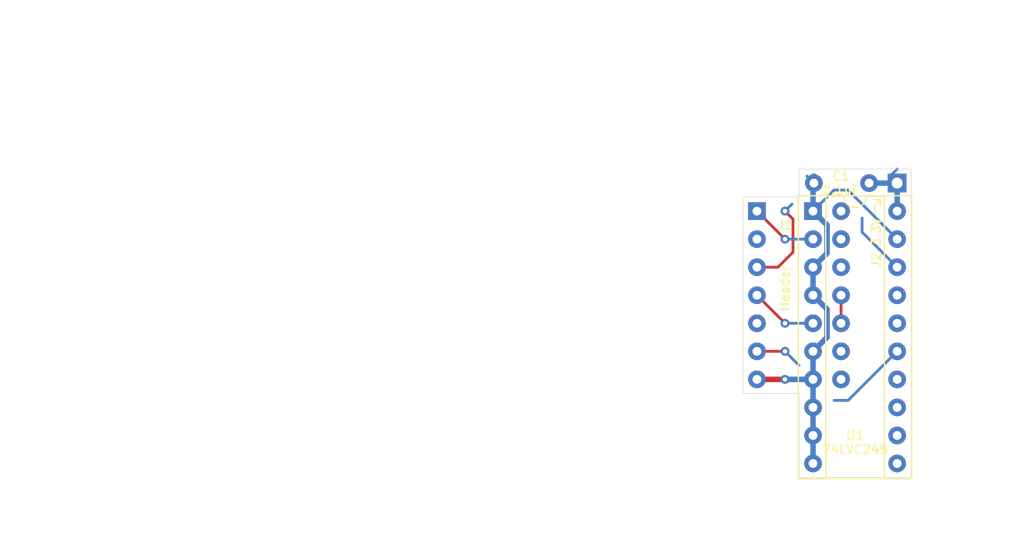
<source format=kicad_pcb>
(kicad_pcb (version 20171130) (host pcbnew "(5.1.9)-1")

  (general
    (thickness 1.6)
    (drawings 17)
    (tracks 43)
    (zones 0)
    (modules 4)
    (nets 21)
  )

  (page A4)
  (layers
    (0 F.Cu signal)
    (31 B.Cu signal)
    (32 B.Adhes user)
    (33 F.Adhes user)
    (34 B.Paste user)
    (35 F.Paste user)
    (36 B.SilkS user)
    (37 F.SilkS user)
    (38 B.Mask user hide)
    (39 F.Mask user hide)
    (40 Dwgs.User user)
    (41 Cmts.User user)
    (42 Eco1.User user)
    (43 Eco2.User user)
    (44 Edge.Cuts user)
    (45 Margin user)
    (46 B.CrtYd user)
    (47 F.CrtYd user)
    (48 B.Fab user)
    (49 F.Fab user)
  )

  (setup
    (last_trace_width 0.5)
    (user_trace_width 0.25)
    (user_trace_width 0.5)
    (user_trace_width 0.9)
    (user_trace_width 1)
    (user_trace_width 1.15)
    (user_trace_width 1.6)
    (user_trace_width 1.7)
    (user_trace_width 2)
    (user_trace_width 2.7)
    (trace_clearance 0.2)
    (zone_clearance 0.508)
    (zone_45_only no)
    (trace_min 0.2)
    (via_size 0.8)
    (via_drill 0.4)
    (via_min_size 0.4)
    (via_min_drill 0.3)
    (user_via 0.8 0.4)
    (user_via 1 0.6)
    (uvia_size 0.3)
    (uvia_drill 0.1)
    (uvias_allowed no)
    (uvia_min_size 0.2)
    (uvia_min_drill 0.1)
    (edge_width 0.05)
    (segment_width 0.2)
    (pcb_text_width 0.3)
    (pcb_text_size 1.5 1.5)
    (mod_edge_width 0.12)
    (mod_text_size 1 1)
    (mod_text_width 0.15)
    (pad_size 1.524 1.524)
    (pad_drill 0.762)
    (pad_to_mask_clearance 0)
    (aux_axis_origin 0 0)
    (visible_elements 7FFFFFFF)
    (pcbplotparams
      (layerselection 0x010f0_ffffffff)
      (usegerberextensions false)
      (usegerberattributes true)
      (usegerberadvancedattributes true)
      (creategerberjobfile false)
      (excludeedgelayer true)
      (linewidth 0.100000)
      (plotframeref false)
      (viasonmask false)
      (mode 1)
      (useauxorigin false)
      (hpglpennumber 1)
      (hpglpenspeed 20)
      (hpglpendiameter 15.000000)
      (psnegative false)
      (psa4output false)
      (plotreference true)
      (plotvalue true)
      (plotinvisibletext false)
      (padsonsilk false)
      (subtractmaskfromsilk false)
      (outputformat 1)
      (mirror false)
      (drillshape 0)
      (scaleselection 1)
      (outputdirectory "Gerbers/"))
  )

  (net 0 "")
  (net 1 GND)
  (net 2 +5V)
  (net 3 +3V3)
  (net 4 /~DRIVE_ACTIVE~_IN_3V3_2)
  (net 5 NEW_IRQ_IN)
  (net 6 /TIED_TO_GND_2)
  (net 7 /TIED_TO_5V_2)
  (net 8 /~DRIVE_ACTIVE~_IN_3V3_1)
  (net 9 NEW_IRQ_OUT_3V3)
  (net 10 NEW_DRQ_IN)
  (net 11 /TIED_TO_GND_1)
  (net 12 /TIED_TO_5V_1)
  (net 13 /~DRIVE_ACTIVE)
  (net 14 NEW_DRQ_OUT_3V3)
  (net 15 "Net-(U1-Pad17)")
  (net 16 "Net-(U1-Pad16)")
  (net 17 "Net-(U1-Pad14)")
  (net 18 "Net-(U1-Pad13)")
  (net 19 "Net-(U1-Pad12)")
  (net 20 "Net-(U1-Pad11)")

  (net_class Default "This is the default net class."
    (clearance 0.2)
    (trace_width 0.25)
    (via_dia 0.8)
    (via_drill 0.4)
    (uvia_dia 0.3)
    (uvia_drill 0.1)
    (add_net +3V3)
    (add_net +5V)
    (add_net /TIED_TO_5V_1)
    (add_net /TIED_TO_5V_2)
    (add_net /TIED_TO_GND_1)
    (add_net /TIED_TO_GND_2)
    (add_net /~DRIVE_ACTIVE)
    (add_net /~DRIVE_ACTIVE~_IN_3V3_1)
    (add_net /~DRIVE_ACTIVE~_IN_3V3_2)
    (add_net GND)
    (add_net NEW_DRQ_IN)
    (add_net NEW_DRQ_OUT_3V3)
    (add_net NEW_IRQ_IN)
    (add_net NEW_IRQ_OUT_3V3)
    (add_net "Net-(U1-Pad11)")
    (add_net "Net-(U1-Pad12)")
    (add_net "Net-(U1-Pad13)")
    (add_net "Net-(U1-Pad14)")
    (add_net "Net-(U1-Pad16)")
    (add_net "Net-(U1-Pad17)")
  )

  (module Connector_PinHeader_2.54mm:PinHeader_1x01_P2.54mm_Vertical (layer F.Cu) (tedit 61889383) (tstamp 6176CE4C)
    (at 127 91.44)
    (descr "Through hole straight pin header, 1x01, 2.54mm pitch, single row")
    (tags "Through hole pin header THT 1x01 2.54mm single row")
    (path /61946000)
    (fp_text reference J2 (at -1.905 6.985 90) (layer F.SilkS)
      (effects (font (size 0.8 0.8) (thickness 0.15)))
    )
    (fp_text value Conn_01x01 (at 0 2.33) (layer F.Fab)
      (effects (font (size 1 1) (thickness 0.15)))
    )
    (fp_line (start -0.635 -1.27) (end 1.27 -1.27) (layer F.Fab) (width 0.1))
    (fp_line (start 1.27 -1.27) (end 1.27 1.27) (layer F.Fab) (width 0.1))
    (fp_line (start 1.27 1.27) (end -1.27 1.27) (layer F.Fab) (width 0.1))
    (fp_line (start -1.27 1.27) (end -1.27 -0.635) (layer F.Fab) (width 0.1))
    (fp_line (start -1.27 -0.635) (end -0.635 -1.27) (layer F.Fab) (width 0.1))
    (fp_text user %R (at 0 0 90) (layer F.Fab)
      (effects (font (size 1 1) (thickness 0.15)))
    )
    (pad 1 thru_hole rect (at 0 0) (size 1.7 1.7) (drill 1) (layers *.Cu *.Mask)
      (net 3 +3V3))
    (model ${KISYS3DMOD}/Connector_PinHeader_2.54mm.3dshapes/PinHeader_1x01_P2.54mm_Vertical.wrl
      (at (xyz 0 0 0))
      (scale (xyz 1 1 1))
      (rotate (xyz 0 0 0))
    )
  )

  (module Capacitor_THT:C_Disc_D6.0mm_W2.5mm_P5.00mm (layer F.Cu) (tedit 61889366) (tstamp 6188992B)
    (at 124.46 91.44 180)
    (descr "C, Disc series, Radial, pin pitch=5.00mm, , diameter*width=6*2.5mm^2, Capacitor, http://cdn-reichelt.de/documents/datenblatt/B300/DS_KERKO_TC.pdf")
    (tags "C Disc series Radial pin pitch 5.00mm  diameter 6mm width 2.5mm Capacitor")
    (path /61C62A1F)
    (fp_text reference C1 (at 2.54 0.635) (layer F.SilkS)
      (effects (font (size 0.8 0.8) (thickness 0.15)))
    )
    (fp_text value 0.1uF (at 2.5 2.5) (layer F.Fab)
      (effects (font (size 1 1) (thickness 0.15)))
    )
    (fp_line (start 5.5 -1.25) (end -0.5 -1.25) (layer F.Fab) (width 0.1))
    (fp_line (start 5.5 1.25) (end 5.5 -1.25) (layer F.Fab) (width 0.1))
    (fp_line (start -0.5 1.25) (end 5.5 1.25) (layer F.Fab) (width 0.1))
    (fp_line (start -0.5 -1.25) (end -0.5 1.25) (layer F.Fab) (width 0.1))
    (fp_text user %R (at 2.5 0) (layer F.Fab)
      (effects (font (size 1 1) (thickness 0.15)))
    )
    (fp_text user %V (at 2.54 -0.635) (layer F.SilkS)
      (effects (font (size 0.8 0.8) (thickness 0.15)))
    )
    (pad 1 thru_hole circle (at 0 0 180) (size 1.6 1.6) (drill 0.8) (layers *.Cu *.Mask)
      (net 3 +3V3))
    (pad 2 thru_hole circle (at 5 0 180) (size 1.6 1.6) (drill 0.8) (layers *.Cu *.Mask)
      (net 1 GND))
    (model ${KISYS3DMOD}/Capacitor_THT.3dshapes/C_Disc_D6.0mm_W2.5mm_P5.00mm.wrl
      (at (xyz 0 0 0))
      (scale (xyz 1 1 1))
      (rotate (xyz 0 0 0))
    )
  )

  (module Package_DIP:DIP-14_W7.62mm_Socket (layer F.Cu) (tedit 6188927E) (tstamp 6176CE76)
    (at 114.3 93.98)
    (descr "14-lead though-hole mounted DIP package, row spacing 7.62 mm (300 mils), Socket")
    (tags "THT DIP DIL PDIP 2.54mm 7.62mm 300mil Socket")
    (path /617D642D)
    (fp_text reference J1 (at 2.54 1.27) (layer F.SilkS)
      (effects (font (size 0.8 0.8) (thickness 0.15)))
    )
    (fp_text value Header (at 3.81 17.57) (layer F.Fab)
      (effects (font (size 1 1) (thickness 0.15)))
    )
    (fp_line (start 1.635 -1.27) (end 6.985 -1.27) (layer F.Fab) (width 0.1))
    (fp_line (start 6.985 -1.27) (end 6.985 16.51) (layer F.Fab) (width 0.1))
    (fp_line (start 6.985 16.51) (end 0.635 16.51) (layer F.Fab) (width 0.1))
    (fp_line (start 0.635 16.51) (end 0.635 -0.27) (layer F.Fab) (width 0.1))
    (fp_line (start 0.635 -0.27) (end 1.635 -1.27) (layer F.Fab) (width 0.1))
    (fp_line (start -1.27 -1.33) (end -1.27 16.57) (layer F.Fab) (width 0.1))
    (fp_line (start -1.27 16.57) (end 8.89 16.57) (layer F.Fab) (width 0.1))
    (fp_line (start 8.89 16.57) (end 8.89 -1.33) (layer F.Fab) (width 0.1))
    (fp_line (start 8.89 -1.33) (end -1.27 -1.33) (layer F.Fab) (width 0.1))
    (fp_text user %R (at 3.81 7.62) (layer F.Fab)
      (effects (font (size 1 1) (thickness 0.15)))
    )
    (fp_text user %V (at 2.54 6.985 90) (layer F.SilkS)
      (effects (font (size 0.8 0.8) (thickness 0.15)))
    )
    (pad 14 thru_hole oval (at 7.62 0) (size 1.6 1.6) (drill 0.8) (layers *.Cu *.Mask)
      (net 2 +5V))
    (pad 7 thru_hole oval (at 0 15.24) (size 1.6 1.6) (drill 0.8) (layers *.Cu *.Mask)
      (net 1 GND))
    (pad 13 thru_hole oval (at 7.62 2.54) (size 1.6 1.6) (drill 0.8) (layers *.Cu *.Mask)
      (net 4 /~DRIVE_ACTIVE~_IN_3V3_2))
    (pad 6 thru_hole oval (at 0 12.7) (size 1.6 1.6) (drill 0.8) (layers *.Cu *.Mask)
      (net 5 NEW_IRQ_IN))
    (pad 12 thru_hole oval (at 7.62 5.08) (size 1.6 1.6) (drill 0.8) (layers *.Cu *.Mask)
      (net 6 /TIED_TO_GND_2))
    (pad 5 thru_hole oval (at 0 10.16) (size 1.6 1.6) (drill 0.8) (layers *.Cu *.Mask)
      (net 7 /TIED_TO_5V_2))
    (pad 11 thru_hole oval (at 7.62 7.62) (size 1.6 1.6) (drill 0.8) (layers *.Cu *.Mask)
      (net 8 /~DRIVE_ACTIVE~_IN_3V3_1))
    (pad 4 thru_hole oval (at 0 7.62) (size 1.6 1.6) (drill 0.8) (layers *.Cu *.Mask)
      (net 9 NEW_IRQ_OUT_3V3))
    (pad 10 thru_hole oval (at 7.62 10.16) (size 1.6 1.6) (drill 0.8) (layers *.Cu *.Mask)
      (net 8 /~DRIVE_ACTIVE~_IN_3V3_1))
    (pad 3 thru_hole oval (at 0 5.08) (size 1.6 1.6) (drill 0.8) (layers *.Cu *.Mask)
      (net 10 NEW_DRQ_IN))
    (pad 9 thru_hole oval (at 7.62 12.7) (size 1.6 1.6) (drill 0.8) (layers *.Cu *.Mask)
      (net 11 /TIED_TO_GND_1))
    (pad 2 thru_hole oval (at 0 2.54) (size 1.6 1.6) (drill 0.8) (layers *.Cu *.Mask)
      (net 12 /TIED_TO_5V_1))
    (pad 8 thru_hole oval (at 7.62 15.24) (size 1.6 1.6) (drill 0.8) (layers *.Cu *.Mask)
      (net 13 /~DRIVE_ACTIVE))
    (pad 1 thru_hole rect (at 0 0) (size 1.6 1.6) (drill 0.8) (layers *.Cu *.Mask)
      (net 14 NEW_DRQ_OUT_3V3))
    (model ${KISYS3DMOD}/Connector_PinHeader_2.54mm.3dshapes/PinHeader_1x07_P2.54mm_Vertical.wrl
      (offset (xyz 0 0 -1.6))
      (scale (xyz 1 1 1))
      (rotate (xyz 0 180 0))
    )
    (model ${KISYS3DMOD}/Connector_PinHeader_2.54mm.3dshapes/PinHeader_1x07_P2.54mm_Vertical.wrl
      (offset (xyz 7.62 0 -1.6))
      (scale (xyz 1 1 1))
      (rotate (xyz 0 180 0))
    )
  )

  (module Package_DIP:DIP-20_W7.62mm_Socket (layer F.Cu) (tedit 61767FDB) (tstamp 6176CF0C)
    (at 119.38 93.98)
    (descr "20-lead though-hole mounted DIP package, row spacing 7.62 mm (300 mils), Socket")
    (tags "THT DIP DIL PDIP 2.54mm 7.62mm 300mil Socket")
    (path /61779EE3)
    (fp_text reference U1 (at 3.81 20.32) (layer F.SilkS)
      (effects (font (size 0.8 0.8) (thickness 0.15)))
    )
    (fp_text value 74LVC245 (at 3.81 25.19) (layer F.Fab)
      (effects (font (size 1 1) (thickness 0.15)))
    )
    (fp_line (start 1.635 -1.27) (end 6.985 -1.27) (layer F.Fab) (width 0.1))
    (fp_line (start 6.985 -1.27) (end 6.985 24.13) (layer F.Fab) (width 0.1))
    (fp_line (start 6.985 24.13) (end 0.635 24.13) (layer F.Fab) (width 0.1))
    (fp_line (start 0.635 24.13) (end 0.635 -0.27) (layer F.Fab) (width 0.1))
    (fp_line (start 0.635 -0.27) (end 1.635 -1.27) (layer F.Fab) (width 0.1))
    (fp_line (start -1.27 -1.33) (end -1.27 24.19) (layer F.Fab) (width 0.1))
    (fp_line (start -1.27 24.19) (end 8.89 24.19) (layer F.Fab) (width 0.1))
    (fp_line (start 8.89 24.19) (end 8.89 -1.33) (layer F.Fab) (width 0.1))
    (fp_line (start 8.89 -1.33) (end -1.27 -1.33) (layer F.Fab) (width 0.1))
    (fp_line (start 2.81 -1.33) (end 1.16 -1.33) (layer F.SilkS) (width 0.12))
    (fp_line (start 1.16 -1.33) (end 1.16 24.19) (layer F.SilkS) (width 0.12))
    (fp_line (start 1.16 24.19) (end 6.46 24.19) (layer F.SilkS) (width 0.12))
    (fp_line (start 6.46 24.19) (end 6.46 -1.33) (layer F.SilkS) (width 0.12))
    (fp_line (start 6.46 -1.33) (end 4.81 -1.33) (layer F.SilkS) (width 0.12))
    (fp_line (start -1.33 -1.39) (end -1.33 24.25) (layer F.SilkS) (width 0.12))
    (fp_line (start -1.33 24.25) (end 8.95 24.25) (layer F.SilkS) (width 0.12))
    (fp_line (start 8.95 24.25) (end 8.95 -1.39) (layer F.SilkS) (width 0.12))
    (fp_line (start 8.95 -1.39) (end -1.33 -1.39) (layer F.SilkS) (width 0.12))
    (fp_line (start -1.55 -1.6) (end -1.55 24.45) (layer F.CrtYd) (width 0.05))
    (fp_line (start -1.55 24.45) (end 9.15 24.45) (layer F.CrtYd) (width 0.05))
    (fp_line (start 9.15 24.45) (end 9.15 -1.6) (layer F.CrtYd) (width 0.05))
    (fp_line (start 9.15 -1.6) (end -1.55 -1.6) (layer F.CrtYd) (width 0.05))
    (fp_text user %R (at 3.81 11.43) (layer F.Fab)
      (effects (font (size 1 1) (thickness 0.15)))
    )
    (fp_arc (start 3.81 -1.33) (end 2.81 -1.33) (angle -180) (layer F.SilkS) (width 0.12))
    (fp_text user %V (at 3.81 21.59) (layer F.SilkS)
      (effects (font (size 0.8 0.8) (thickness 0.15)))
    )
    (pad 20 thru_hole oval (at 7.62 0) (size 1.6 1.6) (drill 0.8) (layers *.Cu *.Mask)
      (net 3 +3V3))
    (pad 10 thru_hole oval (at 0 22.86) (size 1.6 1.6) (drill 0.8) (layers *.Cu *.Mask)
      (net 1 GND))
    (pad 19 thru_hole oval (at 7.62 2.54) (size 1.6 1.6) (drill 0.8) (layers *.Cu *.Mask)
      (net 1 GND))
    (pad 9 thru_hole oval (at 0 20.32) (size 1.6 1.6) (drill 0.8) (layers *.Cu *.Mask)
      (net 1 GND))
    (pad 18 thru_hole oval (at 7.62 5.08) (size 1.6 1.6) (drill 0.8) (layers *.Cu *.Mask)
      (net 10 NEW_DRQ_IN))
    (pad 8 thru_hole oval (at 0 17.78) (size 1.6 1.6) (drill 0.8) (layers *.Cu *.Mask)
      (net 1 GND))
    (pad 17 thru_hole oval (at 7.62 7.62) (size 1.6 1.6) (drill 0.8) (layers *.Cu *.Mask)
      (net 15 "Net-(U1-Pad17)"))
    (pad 7 thru_hole oval (at 0 15.24) (size 1.6 1.6) (drill 0.8) (layers *.Cu *.Mask)
      (net 1 GND))
    (pad 16 thru_hole oval (at 7.62 10.16) (size 1.6 1.6) (drill 0.8) (layers *.Cu *.Mask)
      (net 16 "Net-(U1-Pad16)"))
    (pad 6 thru_hole oval (at 0 12.7) (size 1.6 1.6) (drill 0.8) (layers *.Cu *.Mask)
      (net 1 GND))
    (pad 15 thru_hole oval (at 7.62 12.7) (size 1.6 1.6) (drill 0.8) (layers *.Cu *.Mask)
      (net 5 NEW_IRQ_IN))
    (pad 5 thru_hole oval (at 0 10.16) (size 1.6 1.6) (drill 0.8) (layers *.Cu *.Mask)
      (net 9 NEW_IRQ_OUT_3V3))
    (pad 14 thru_hole oval (at 7.62 15.24) (size 1.6 1.6) (drill 0.8) (layers *.Cu *.Mask)
      (net 17 "Net-(U1-Pad14)"))
    (pad 4 thru_hole oval (at 0 7.62) (size 1.6 1.6) (drill 0.8) (layers *.Cu *.Mask)
      (net 1 GND))
    (pad 13 thru_hole oval (at 7.62 17.78) (size 1.6 1.6) (drill 0.8) (layers *.Cu *.Mask)
      (net 18 "Net-(U1-Pad13)"))
    (pad 3 thru_hole oval (at 0 5.08) (size 1.6 1.6) (drill 0.8) (layers *.Cu *.Mask)
      (net 1 GND))
    (pad 12 thru_hole oval (at 7.62 20.32) (size 1.6 1.6) (drill 0.8) (layers *.Cu *.Mask)
      (net 19 "Net-(U1-Pad12)"))
    (pad 2 thru_hole oval (at 0 2.54) (size 1.6 1.6) (drill 0.8) (layers *.Cu *.Mask)
      (net 14 NEW_DRQ_OUT_3V3))
    (pad 11 thru_hole oval (at 7.62 22.86) (size 1.6 1.6) (drill 0.8) (layers *.Cu *.Mask)
      (net 20 "Net-(U1-Pad11)"))
    (pad 1 thru_hole rect (at 0 0) (size 1.6 1.6) (drill 0.8) (layers *.Cu *.Mask)
      (net 1 GND))
    (model ${KISYS3DMOD}/Package_DIP.3dshapes/DIP-20_W7.62mm_Socket.wrl
      (at (xyz 0 0 0))
      (scale (xyz 1 1 1))
      (rotate (xyz 0 0 0))
    )
    (model ${KISYS3DMOD}/Package_DIP.3dshapes/DIP-20_W7.62mm.wrl
      (offset (xyz 0 0 4))
      (scale (xyz 1 1 1))
      (rotate (xyz 0 0 0))
    )
  )

  (gr_line (start 128.27 90.17) (end 128.27 118.11) (layer Edge.Cuts) (width 0.05) (tstamp 61890B1B))
  (gr_line (start 118.11 90.17) (end 118.11 92.71) (layer Edge.Cuts) (width 0.05) (tstamp 61890B1A))
  (gr_line (start 124.968 93.472) (end 124.968 94.234) (layer F.SilkS) (width 0.12))
  (gr_line (start 125.476 92.964) (end 124.968 93.472) (layer F.SilkS) (width 0.12))
  (gr_line (start 125.222 92.964) (end 124.968 92.964) (layer F.SilkS) (width 0.12))
  (gr_line (start 125.476 92.964) (end 125.476 93.472) (layer F.SilkS) (width 0.12))
  (gr_line (start 125.476 92.964) (end 125.222 92.964) (layer F.SilkS) (width 0.12))
  (gr_line (start 118.11 90.17) (end 128.27 90.17) (layer Edge.Cuts) (width 0.05) (tstamp 61889BB0))
  (gr_line (start 113.03 92.71) (end 118.11 92.71) (layer Edge.Cuts) (width 0.05))
  (gr_line (start 118.11 118.11) (end 128.27 118.11) (layer Edge.Cuts) (width 0.05))
  (gr_line (start 118.11 110.49) (end 118.11 118.11) (layer Edge.Cuts) (width 0.05))
  (gr_line (start 113.03 110.49) (end 118.11 110.49) (layer Edge.Cuts) (width 0.05))
  (gr_line (start 113.03 92.71) (end 113.03 110.49) (layer Edge.Cuts) (width 0.05))
  (gr_line (start 102.87 120.65) (end 102.87 81.915) (layer Dwgs.User) (width 0.15))
  (gr_line (start 95.885 118.11) (end 138.43 118.11) (layer Dwgs.User) (width 0.15))
  (gr_line (start 128.27 74.93) (end 128.27 123.19) (layer Dwgs.User) (width 0.15))
  (gr_text 3.3V (at 125.095 95.885 90) (layer F.SilkS)
    (effects (font (size 0.8 0.8) (thickness 0.15)))
  )

  (segment (start 119.38 116.84) (end 119.38 114.3) (width 0.5) (layer B.Cu) (net 1))
  (segment (start 119.38 114.3) (end 119.38 111.76) (width 0.5) (layer B.Cu) (net 1))
  (segment (start 119.38 111.76) (end 119.38 109.22) (width 0.5) (layer B.Cu) (net 1))
  (segment (start 119.38 109.22) (end 119.38 106.68) (width 0.5) (layer B.Cu) (net 1))
  (segment (start 119.38 101.6) (end 119.38 99.06) (width 0.5) (layer B.Cu) (net 1))
  (via (at 116.84 109.22) (size 0.8) (drill 0.4) (layers F.Cu B.Cu) (net 1))
  (segment (start 114.3 109.22) (end 116.84 109.22) (width 0.5) (layer F.Cu) (net 1))
  (segment (start 116.84 109.22) (end 119.38 109.22) (width 0.5) (layer B.Cu) (net 1))
  (segment (start 119.38 101.6) (end 120.65 102.87) (width 0.5) (layer B.Cu) (net 1))
  (segment (start 120.65 102.87) (end 120.65 105.41) (width 0.5) (layer B.Cu) (net 1))
  (segment (start 120.65 105.41) (end 119.38 106.68) (width 0.5) (layer B.Cu) (net 1))
  (segment (start 119.38 99.06) (end 120.65 97.79) (width 0.5) (layer B.Cu) (net 1))
  (segment (start 120.65 95.25) (end 119.38 93.98) (width 0.5) (layer B.Cu) (net 1))
  (segment (start 120.65 97.79) (end 120.65 95.25) (width 0.5) (layer B.Cu) (net 1))
  (segment (start 119.38 91.36) (end 118.825 90.805) (width 0.25) (layer B.Cu) (net 1))
  (segment (start 122.555 92.075) (end 121.285 92.075) (width 0.25) (layer B.Cu) (net 1))
  (segment (start 121.285 92.075) (end 119.38 93.98) (width 0.25) (layer B.Cu) (net 1))
  (segment (start 127 96.52) (end 122.555 92.075) (width 0.25) (layer B.Cu) (net 1))
  (segment (start 119.38 90.885) (end 119.46 90.805) (width 0.5) (layer B.Cu) (net 1))
  (segment (start 119.38 93.98) (end 119.38 90.885) (width 0.5) (layer B.Cu) (net 1))
  (segment (start 126.365 90.805) (end 127 90.17) (width 0.25) (layer B.Cu) (net 3))
  (segment (start 127 93.98) (end 127 90.805) (width 0.5) (layer B.Cu) (net 3))
  (segment (start 127 91.44) (end 124.46 91.44) (width 0.5) (layer B.Cu) (net 3))
  (segment (start 127 106.68) (end 122.555 111.125) (width 0.25) (layer B.Cu) (net 5))
  (segment (start 122.555 111.125) (end 121.285 111.125) (width 0.25) (layer B.Cu) (net 5))
  (via (at 116.84 106.68) (size 0.8) (drill 0.4) (layers F.Cu B.Cu) (net 5))
  (segment (start 114.3 106.68) (end 116.84 106.68) (width 0.25) (layer F.Cu) (net 5))
  (segment (start 116.84 106.68) (end 118.11 107.95) (width 0.25) (layer B.Cu) (net 5))
  (segment (start 121.92 101.6) (end 121.92 104.14) (width 0.25) (layer F.Cu) (net 8))
  (via (at 116.84 104.14) (size 0.8) (drill 0.4) (layers F.Cu B.Cu) (net 9))
  (segment (start 119.38 104.14) (end 116.84 104.14) (width 0.25) (layer B.Cu) (net 9))
  (segment (start 116.84 104.14) (end 114.3 101.6) (width 0.25) (layer F.Cu) (net 9))
  (segment (start 114.3 99.06) (end 116.205 99.06) (width 0.25) (layer F.Cu) (net 10))
  (via (at 116.84 93.98) (size 0.8) (drill 0.4) (layers F.Cu B.Cu) (net 10))
  (segment (start 117.565001 94.705001) (end 116.84 93.98) (width 0.25) (layer F.Cu) (net 10))
  (segment (start 117.565001 97.699999) (end 117.565001 94.705001) (width 0.25) (layer F.Cu) (net 10))
  (segment (start 116.205 99.06) (end 117.565001 97.699999) (width 0.25) (layer F.Cu) (net 10))
  (segment (start 127 99.06) (end 123.825 95.885) (width 0.25) (layer B.Cu) (net 10))
  (segment (start 123.825 95.885) (end 123.825 94.615) (width 0.25) (layer B.Cu) (net 10))
  (segment (start 116.84 93.98) (end 117.475 93.345) (width 0.25) (layer B.Cu) (net 10))
  (via (at 116.84 96.52) (size 0.8) (drill 0.4) (layers F.Cu B.Cu) (net 14))
  (segment (start 114.3 93.98) (end 116.84 96.52) (width 0.25) (layer F.Cu) (net 14))
  (segment (start 116.84 96.52) (end 119.38 96.52) (width 0.25) (layer B.Cu) (net 14))

  (zone (net 1) (net_name GND) (layer F.Cu) (tstamp 61777511) (hatch edge 0.508)
    (connect_pads no (clearance 0.508))
    (min_thickness 0.254)
    (fill yes (arc_segments 32) (thermal_gap 0.508) (thermal_bridge_width 0.508))
    (polygon
      (pts
        (xy 81.289625 119.38) (xy 45.729625 119.38) (xy 45.729625 76.2) (xy 81.289625 76.2)
      )
    )
  )
  (zone (net 1) (net_name GND) (layer B.Cu) (tstamp 6177750E) (hatch edge 0.508)
    (connect_pads no (clearance 0.508))
    (min_thickness 0.254)
    (fill yes (arc_segments 32) (thermal_gap 0.508) (thermal_bridge_width 0.508))
    (polygon
      (pts
        (xy 81.360005 119.38) (xy 45.800005 119.38) (xy 45.800005 76.2) (xy 81.360005 76.2)
      )
    )
  )
  (zone (net 0) (net_name "") (layer B.Cu) (tstamp 0) (hatch edge 0.508)
    (connect_pads (clearance 0.508))
    (min_thickness 0.254)
    (keepout (tracks not_allowed) (vias not_allowed) (copperpour allowed))
    (fill (arc_segments 32) (thermal_gap 0.508) (thermal_bridge_width 0.508))
    (polygon
      (pts
        (xy 122.555 109.855) (xy 121.285 109.855) (xy 121.285 93.345) (xy 122.555 93.345)
      )
    )
  )
  (zone (net 0) (net_name "") (layer B.Cu) (tstamp 0) (hatch edge 0.508)
    (connect_pads (clearance 0.508))
    (min_thickness 0.254)
    (keepout (tracks not_allowed) (vias not_allowed) (copperpour allowed))
    (fill (arc_segments 32) (thermal_gap 0.508) (thermal_bridge_width 0.508))
    (polygon
      (pts
        (xy 114.935 109.855) (xy 113.665 109.855) (xy 113.665 93.345) (xy 114.935 93.345)
      )
    )
  )
  (zone (net 0) (net_name "") (layer F.Cu) (tstamp 0) (hatch edge 0.508)
    (connect_pads (clearance 0.508))
    (min_thickness 0.254)
    (keepout (tracks not_allowed) (vias not_allowed) (copperpour allowed))
    (fill (arc_segments 32) (thermal_gap 0.508) (thermal_bridge_width 0.508))
    (polygon
      (pts
        (xy 120.015 117.475) (xy 118.745 117.475) (xy 118.745 93.345) (xy 120.015 93.345)
      )
    )
  )
  (zone (net 0) (net_name "") (layer F.Cu) (tstamp 0) (hatch edge 0.508)
    (connect_pads (clearance 0.508))
    (min_thickness 0.254)
    (keepout (tracks not_allowed) (vias not_allowed) (copperpour allowed))
    (fill (arc_segments 32) (thermal_gap 0.508) (thermal_bridge_width 0.508))
    (polygon
      (pts
        (xy 127.635 117.475) (xy 126.365 117.475) (xy 126.365 93.345) (xy 127.635 93.345)
      )
    )
  )
  (zone (net 0) (net_name "") (layer F.Cu) (tstamp 0) (hatch edge 0.508)
    (connect_pads (clearance 0.508))
    (min_thickness 0.254)
    (keepout (tracks not_allowed) (vias not_allowed) (copperpour allowed))
    (fill (arc_segments 32) (thermal_gap 0.508) (thermal_bridge_width 0.508))
    (polygon
      (pts
        (xy 127.635 91.44) (xy 126.365 91.44) (xy 126.365 90.17) (xy 127.635 90.17)
      )
    )
  )
  (zone (net 0) (net_name "") (layer F.Cu) (tstamp 0) (hatch edge 0.508)
    (connect_pads (clearance 0.508))
    (min_thickness 0.254)
    (keepout (tracks not_allowed) (vias not_allowed) (copperpour allowed))
    (fill (arc_segments 32) (thermal_gap 0.508) (thermal_bridge_width 0.508))
    (polygon
      (pts
        (xy 125.095 91.44) (xy 123.825 91.44) (xy 123.825 90.17) (xy 125.095 90.17)
      )
    )
  )
  (zone (net 0) (net_name "") (layer F.Cu) (tstamp 61889B54) (hatch edge 0.508)
    (connect_pads (clearance 0.508))
    (min_thickness 0.254)
    (keepout (tracks not_allowed) (vias not_allowed) (copperpour allowed))
    (fill (arc_segments 32) (thermal_gap 0.508) (thermal_bridge_width 0.508))
    (polygon
      (pts
        (xy 120.015 91.44) (xy 118.745 91.44) (xy 118.745 90.17) (xy 120.015 90.17)
      )
    )
  )
)

</source>
